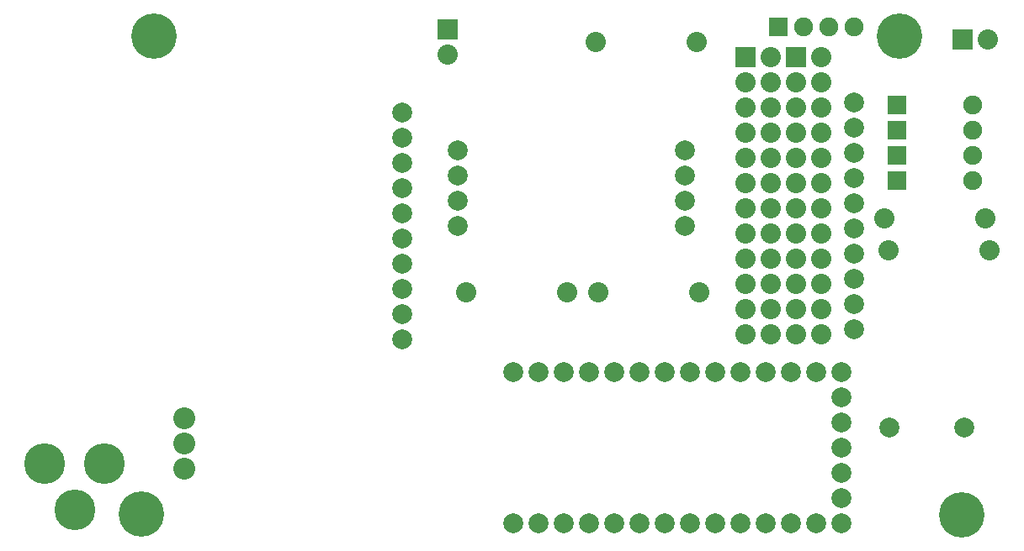
<source format=gbs>
G04 (created by PCBNEW-RS274X (2012-apr-16-27)-stable) date Wed 26 Mar 2014 03:50:35 PM EDT*
G01*
G70*
G90*
%MOIN*%
G04 Gerber Fmt 3.4, Leading zero omitted, Abs format*
%FSLAX34Y34*%
G04 APERTURE LIST*
%ADD10C,0.006000*%
%ADD11C,0.161700*%
%ADD12C,0.079100*%
%ADD13C,0.080000*%
%ADD14C,0.086900*%
%ADD15R,0.080000X0.080000*%
%ADD16R,0.075000X0.075000*%
%ADD17C,0.075000*%
%ADD18C,0.180000*%
G04 APERTURE END LIST*
G54D10*
G54D11*
X40158Y-48819D03*
X42520Y-48819D03*
X41339Y-50669D03*
G54D12*
X54303Y-38870D03*
X54303Y-39870D03*
X54303Y-37870D03*
X54303Y-40870D03*
X54303Y-41870D03*
X54303Y-42870D03*
X54303Y-43870D03*
X54303Y-36870D03*
X54303Y-35870D03*
X54303Y-34870D03*
G54D13*
X66075Y-42028D03*
X62075Y-42028D03*
X73591Y-40354D03*
X77591Y-40354D03*
X73400Y-39100D03*
X77400Y-39100D03*
X56858Y-42028D03*
X60858Y-42028D03*
G54D14*
X45669Y-49016D03*
X45669Y-48016D03*
X45669Y-47016D03*
G54D15*
X69900Y-32700D03*
G54D13*
X70900Y-32700D03*
X69900Y-33700D03*
X70900Y-33700D03*
X69900Y-34700D03*
X70900Y-34700D03*
X69900Y-35700D03*
X70900Y-35700D03*
X69900Y-36700D03*
X70900Y-36700D03*
X69900Y-37700D03*
X70900Y-37700D03*
X69900Y-38700D03*
X70900Y-38700D03*
X69900Y-39700D03*
X70900Y-39700D03*
X69900Y-40700D03*
X70900Y-40700D03*
X69900Y-41700D03*
X70900Y-41700D03*
X69900Y-42700D03*
X70900Y-42700D03*
X69900Y-43700D03*
X70900Y-43700D03*
G54D15*
X67900Y-32700D03*
G54D13*
X68900Y-32700D03*
X67900Y-33700D03*
X68900Y-33700D03*
X67900Y-34700D03*
X68900Y-34700D03*
X67900Y-35700D03*
X68900Y-35700D03*
X67900Y-36700D03*
X68900Y-36700D03*
X67900Y-37700D03*
X68900Y-37700D03*
X67900Y-38700D03*
X68900Y-38700D03*
X67900Y-39700D03*
X68900Y-39700D03*
X67900Y-40700D03*
X68900Y-40700D03*
X67900Y-41700D03*
X68900Y-41700D03*
X67900Y-42700D03*
X68900Y-42700D03*
X67900Y-43700D03*
X68900Y-43700D03*
G54D15*
X56102Y-31587D03*
G54D13*
X56102Y-32587D03*
G54D16*
X73900Y-37600D03*
G54D17*
X76900Y-37600D03*
G54D16*
X73900Y-34600D03*
G54D17*
X76900Y-34600D03*
G54D16*
X73900Y-36600D03*
G54D17*
X76900Y-36600D03*
G54D16*
X73900Y-35600D03*
G54D17*
X76900Y-35600D03*
G54D16*
X69200Y-31500D03*
G54D17*
X70200Y-31500D03*
X71200Y-31500D03*
X72200Y-31500D03*
G54D12*
X72200Y-38500D03*
X72200Y-37500D03*
X72200Y-36500D03*
X72200Y-34500D03*
X72200Y-35500D03*
X72200Y-39500D03*
X72200Y-40500D03*
X72200Y-41500D03*
X72200Y-42500D03*
X72200Y-43500D03*
X56531Y-36394D03*
X56531Y-37394D03*
X56531Y-38394D03*
X56531Y-39394D03*
X65531Y-39394D03*
X65531Y-38394D03*
X65531Y-37394D03*
X65531Y-36394D03*
G54D18*
X43976Y-50827D03*
G54D13*
X61976Y-32087D03*
X65976Y-32087D03*
G54D12*
X73604Y-47400D03*
X76596Y-47400D03*
G54D18*
X44488Y-31850D03*
X74016Y-31850D03*
X76496Y-50866D03*
G54D12*
X58700Y-51200D03*
X59700Y-51200D03*
X60700Y-51200D03*
X71700Y-51200D03*
X61700Y-51200D03*
X62700Y-51200D03*
X63700Y-51200D03*
X64700Y-51200D03*
X65700Y-51200D03*
X66700Y-51200D03*
X67700Y-51200D03*
X68700Y-51200D03*
X69700Y-51200D03*
X70700Y-51200D03*
X71700Y-45200D03*
X70700Y-45200D03*
X69700Y-45200D03*
X68700Y-45200D03*
X67700Y-45200D03*
X66700Y-45200D03*
X65700Y-45200D03*
X64700Y-45200D03*
X63700Y-45200D03*
X62700Y-45200D03*
X61700Y-45200D03*
X60700Y-45200D03*
X59700Y-45200D03*
X58700Y-45200D03*
X71700Y-50200D03*
X71700Y-49200D03*
X71700Y-48200D03*
X71700Y-47200D03*
X71700Y-46200D03*
G54D15*
X76500Y-32000D03*
G54D13*
X77500Y-32000D03*
M02*

</source>
